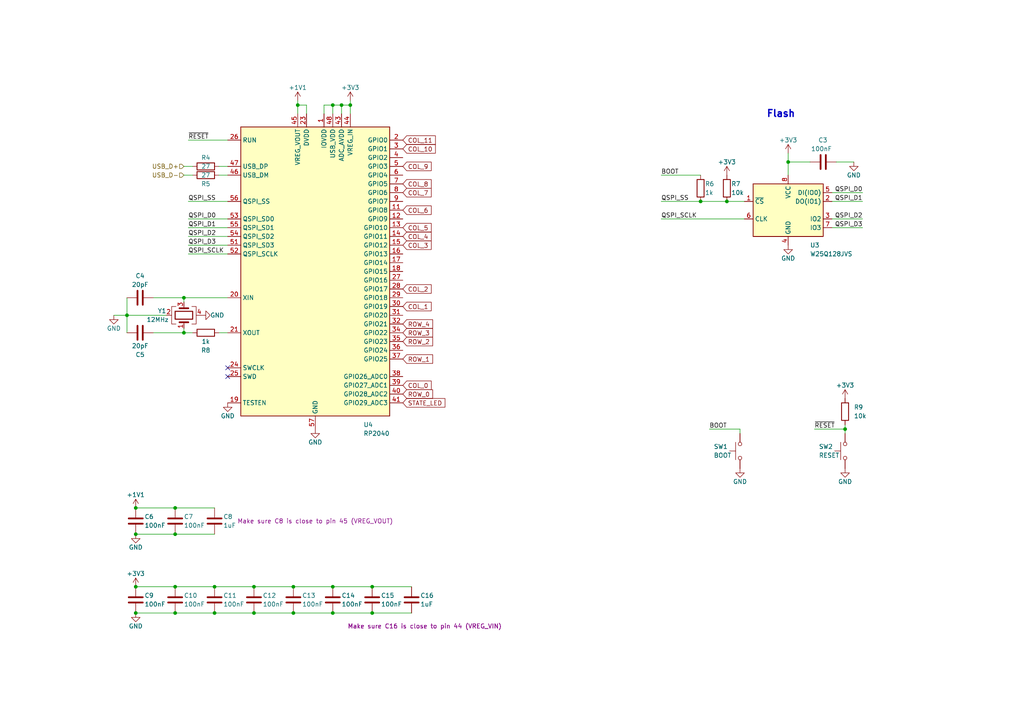
<source format=kicad_sch>
(kicad_sch (version 20211123) (generator eeschema)
  (paper "A4")
  (lib_symbols
    (symbol "Device:C" (pin_numbers hide) (pin_names (offset 0.254))
      (property "Reference" "C" (at 0.635 2.54 0))
      (property "Value" "C" (at 0.635 -2.54 0))
      (symbol "C_0_1"
        (polyline (pts (xy -2.032 -0.762) (xy 2.032 -0.762)) (stroke (width 0.508)))
        (polyline (pts (xy -2.032 0.762) (xy 2.032 0.762)) (stroke (width 0.508)))
      )
      (symbol "C_1_1"
        (pin passive line (at 0 3.81 270) (length 2.794) (name "~") (number "1"))
        (pin passive line (at 0 -3.81 90) (length 2.794) (name "~") (number "2"))
      )
    )
    (symbol "Device:Crystal_GND24" (pin_names (offset 1.016) hide)
      (property "Reference" "Y" (at 3.175 5.08 0))
      (property "Value" "Crystal_GND24" (at 3.175 3.175 0))
      (symbol "Crystal_GND24_0_1"
        (rectangle (start -1.143 2.54) (end 1.143 -2.54) (stroke (width 0.3048)))
        (polyline (pts (xy -2.54 0) (xy -2.032 0)))
        (polyline (pts (xy -2.032 -1.27) (xy -2.032 1.27)) (stroke (width 0.508)))
        (polyline (pts (xy 0 -3.81) (xy 0 -3.556)))
        (polyline (pts (xy 0 3.556) (xy 0 3.81)))
        (polyline (pts (xy 2.032 -1.27) (xy 2.032 1.27)) (stroke (width 0.508)))
        (polyline (pts (xy 2.032 0) (xy 2.54 0)))
        (polyline (pts (xy -2.54 -2.286) (xy -2.54 -3.556) (xy 2.54 -3.556) (xy 2.54 -2.286)))
        (polyline (pts (xy -2.54 2.286) (xy -2.54 3.556) (xy 2.54 3.556) (xy 2.54 2.286)))
      )
      (symbol "Crystal_GND24_1_1"
        (pin passive line (at -3.81 0 0) (length 1.27) (name "1") (number "1"))
        (pin passive line (at 0 5.08 270) (length 1.27) (name "2") (number "2"))
        (pin passive line (at 3.81 0 180) (length 1.27) (name "3") (number "3"))
        (pin passive line (at 0 -5.08 90) (length 1.27) (name "4") (number "4"))
      )
    )
    (symbol "Device:R" (pin_numbers hide) (pin_names (offset 0))
      (property "Reference" "R" (at 2.032 0 90))
      (property "Value" "R" (at 0 0 90))
      (symbol "R_0_1"
        (rectangle (start -1.016 -2.54) (end 1.016 2.54) (stroke (width 0.254)))
      )
      (symbol "R_1_1"
        (pin passive line (at 0 3.81 270) (length 1.27) (name "~") (number "1"))
        (pin passive line (at 0 -3.81 90) (length 1.27) (name "~") (number "2"))
      )
    )
    (symbol "MCU_RaspberryPi:RP2040"
      (property "Reference" "U" (at 17.78 45.72 0))
      (property "Value" "RP2040" (at 17.78 43.18 0))
      (symbol "RP2040_0_1"
        (rectangle (start -21.59 41.91) (end 21.59 -41.91) (stroke (width 0.254)) (fill (type background)))
      )
      (symbol "RP2040_1_1"
        (pin power_in line (at 2.54 45.72 270) (length 3.81) (name "IOVDD") (number "1"))
        (pin passive line (at 2.54 45.72 270) (length 3.81) hide (name "IOVDD") (number "10"))
        (pin bidirectional line (at 25.4 17.78 180) (length 3.81) (name "GPIO8") (number "11"))
        (pin bidirectional line (at 25.4 15.24 180) (length 3.81) (name "GPIO9") (number "12"))
        (pin bidirectional line (at 25.4 12.7 180) (length 3.81) (name "GPIO10") (number "13"))
        (pin bidirectional line (at 25.4 10.16 180) (length 3.81) (name "GPIO11") (number "14"))
        (pin bidirectional line (at 25.4 7.62 180) (length 3.81) (name "GPIO12") (number "15"))
        (pin bidirectional line (at 25.4 5.08 180) (length 3.81) (name "GPIO13") (number "16"))
        (pin bidirectional line (at 25.4 2.54 180) (length 3.81) (name "GPIO14") (number "17"))
        (pin bidirectional line (at 25.4 0 180) (length 3.81) (name "GPIO15") (number "18"))
        (pin input line (at -25.4 -38.1 0) (length 3.81) (name "TESTEN") (number "19"))
        (pin bidirectional line (at 25.4 38.1 180) (length 3.81) (name "GPIO0") (number "2"))
        (pin input line (at -25.4 -7.62 0) (length 3.81) (name "XIN") (number "20"))
        (pin passive line (at -25.4 -17.78 0) (length 3.81) (name "XOUT") (number "21"))
        (pin passive line (at 2.54 45.72 270) (length 3.81) hide (name "IOVDD") (number "22"))
        (pin power_in line (at -2.54 45.72 270) (length 3.81) (name "DVDD") (number "23"))
        (pin output line (at -25.4 -27.94 0) (length 3.81) (name "SWCLK") (number "24"))
        (pin bidirectional line (at -25.4 -30.48 0) (length 3.81) (name "SWD") (number "25"))
        (pin input line (at -25.4 38.1 0) (length 3.81) (name "RUN") (number "26"))
        (pin bidirectional line (at 25.4 -2.54 180) (length 3.81) (name "GPIO16") (number "27"))
        (pin bidirectional line (at 25.4 -5.08 180) (length 3.81) (name "GPIO17") (number "28"))
        (pin bidirectional line (at 25.4 -7.62 180) (length 3.81) (name "GPIO18") (number "29"))
        (pin bidirectional line (at 25.4 35.56 180) (length 3.81) (name "GPIO1") (number "3"))
        (pin bidirectional line (at 25.4 -10.16 180) (length 3.81) (name "GPIO19") (number "30"))
        (pin bidirectional line (at 25.4 -12.7 180) (length 3.81) (name "GPIO20") (number "31"))
        (pin bidirectional line (at 25.4 -15.24 180) (length 3.81) (name "GPIO21") (number "32"))
        (pin passive line (at 2.54 45.72 270) (length 3.81) hide (name "IOVDD") (number "33"))
        (pin bidirectional line (at 25.4 -17.78 180) (length 3.81) (name "GPIO22") (number "34"))
        (pin bidirectional line (at 25.4 -20.32 180) (length 3.81) (name "GPIO23") (number "35"))
        (pin bidirectional line (at 25.4 -22.86 180) (length 3.81) (name "GPIO24") (number "36"))
        (pin bidirectional line (at 25.4 -25.4 180) (length 3.81) (name "GPIO25") (number "37"))
        (pin bidirectional line (at 25.4 -30.48 180) (length 3.81) (name "GPIO26_ADC0") (number "38"))
        (pin bidirectional line (at 25.4 -33.02 180) (length 3.81) (name "GPIO27_ADC1") (number "39"))
        (pin bidirectional line (at 25.4 33.02 180) (length 3.81) (name "GPIO2") (number "4"))
        (pin bidirectional line (at 25.4 -35.56 180) (length 3.81) (name "GPIO28_ADC2") (number "40"))
        (pin bidirectional line (at 25.4 -38.1 180) (length 3.81) (name "GPIO29_ADC3") (number "41"))
        (pin passive line (at 2.54 45.72 270) (length 3.81) hide (name "IOVDD") (number "42"))
        (pin power_in line (at 7.62 45.72 270) (length 3.81) (name "ADC_AVDD") (number "43"))
        (pin power_in line (at 10.16 45.72 270) (length 3.81) (name "VREG_IN") (number "44"))
        (pin power_out line (at -5.08 45.72 270) (length 3.81) (name "VREG_VOUT") (number "45"))
        (pin bidirectional line (at -25.4 27.94 0) (length 3.81) (name "USB_DM") (number "46"))
        (pin bidirectional line (at -25.4 30.48 0) (length 3.81) (name "USB_DP") (number "47"))
        (pin power_in line (at 5.08 45.72 270) (length 3.81) (name "USB_VDD") (number "48"))
        (pin passive line (at 2.54 45.72 270) (length 3.81) hide (name "IOVDD") (number "49"))
        (pin bidirectional line (at 25.4 30.48 180) (length 3.81) (name "GPIO3") (number "5"))
        (pin passive line (at -2.54 45.72 270) (length 3.81) hide (name "DVDD") (number "50"))
        (pin bidirectional line (at -25.4 7.62 0) (length 3.81) (name "QSPI_SD3") (number "51"))
        (pin output line (at -25.4 5.08 0) (length 3.81) (name "QSPI_SCLK") (number "52"))
        (pin bidirectional line (at -25.4 15.24 0) (length 3.81) (name "QSPI_SD0") (number "53"))
        (pin bidirectional line (at -25.4 10.16 0) (length 3.81) (name "QSPI_SD2") (number "54"))
        (pin bidirectional line (at -25.4 12.7 0) (length 3.81) (name "QSPI_SD1") (number "55"))
        (pin bidirectional line (at -25.4 20.32 0) (length 3.81) (name "QSPI_SS") (number "56"))
        (pin power_in line (at 0 -45.72 90) (length 3.81) (name "GND") (number "57"))
        (pin bidirectional line (at 25.4 27.94 180) (length 3.81) (name "GPIO4") (number "6"))
        (pin bidirectional line (at 25.4 25.4 180) (length 3.81) (name "GPIO5") (number "7"))
        (pin bidirectional line (at 25.4 22.86 180) (length 3.81) (name "GPIO6") (number "8"))
        (pin bidirectional line (at 25.4 20.32 180) (length 3.81) (name "GPIO7") (number "9"))
      )
    )
    (symbol "Memory_Flash:W25Q128JVS"
      (property "Reference" "U" (at -8.89 8.89 0))
      (property "Value" "W25Q128JVS" (at 7.62 8.89 0))
      (symbol "W25Q128JVS_0_1"
        (rectangle (start -10.16 7.62) (end 10.16 -7.62) (stroke (width 0.254)) (fill (type background)))
      )
      (symbol "W25Q128JVS_1_1"
        (pin input line (at -12.7 2.54 0) (length 2.54) (name "~{CS}") (number "1"))
        (pin bidirectional line (at 12.7 2.54 180) (length 2.54) (name "DO(IO1)") (number "2"))
        (pin bidirectional line (at 12.7 -2.54 180) (length 2.54) (name "IO2") (number "3"))
        (pin power_in line (at 0 -10.16 90) (length 2.54) (name "GND") (number "4"))
        (pin bidirectional line (at 12.7 5.08 180) (length 2.54) (name "DI(IO0)") (number "5"))
        (pin input line (at -12.7 -2.54 0) (length 2.54) (name "CLK") (number "6"))
        (pin bidirectional line (at 12.7 -5.08 180) (length 2.54) (name "IO3") (number "7"))
        (pin power_in line (at 0 10.16 270) (length 2.54) (name "VCC") (number "8"))
      )
    )
    (symbol "SW_Push_1" (pin_numbers hide) (pin_names (offset 1.016) hide)
      (property "Reference" "SW1" (at -7.62 1.27 90))
      (property "Value" "BOOT" (at -7.62 -1.27 90))
      (symbol "SW_Push_1_0_1"
        (circle (center -2.032 0) (radius 0.508))
        (polyline (pts (xy 0 1.27) (xy 0 3.048)))
        (polyline (pts (xy 2.54 1.27) (xy -2.54 1.27)))
        (circle (center 2.032 0) (radius 0.508))
        (pin passive line (at -5.08 0 0) (length 2.54) (name "1") (number "1"))
        (pin passive line (at 5.08 0 180) (length 2.54) (name "2") (number "2"))
      )
    )
    (symbol "Switch:SW_Push" (pin_numbers hide) (pin_names (offset 1.016) hide)
      (property "Reference" "SW2" (at -8.89 1.27 90))
      (property "Value" "RESET" (at -8.89 -1.27 90))
      (symbol "SW_Push_0_1"
        (circle (center -2.032 0) (radius 0.508))
        (polyline (pts (xy 0 1.27) (xy 0 3.048)))
        (polyline (pts (xy 2.54 1.27) (xy -2.54 1.27)))
        (circle (center 2.032 0) (radius 0.508))
        (pin passive line (at -5.08 0 0) (length 2.54) (name "1") (number "1"))
        (pin passive line (at 5.08 0 180) (length 2.54) (name "2") (number "2"))
      )
    )
    (symbol "power:+1V1" (power) (pin_names (offset 0))
      (property "Value" "+1V1" (at 0 3.556 0))
      (symbol "+1V1_0_1"
        (polyline (pts (xy -0.762 1.27) (xy 0 2.54)))
        (polyline (pts (xy 0 0) (xy 0 2.54)))
        (polyline (pts (xy 0 2.54) (xy 0.762 1.27)))
      )
      (symbol "+1V1_1_1"
        (pin power_in line (at 0 0 90) (length 0) hide (name "+1V1") (number "1"))
      )
    )
    (symbol "power:+3V3" (power) (pin_names (offset 0))
      (property "Value" "+3V3" (at 0 3.556 0))
      (symbol "+3V3_0_1"
        (polyline (pts (xy -0.762 1.27) (xy 0 2.54)))
        (polyline (pts (xy 0 0) (xy 0 2.54)))
        (polyline (pts (xy 0 2.54) (xy 0.762 1.27)))
      )
      (symbol "+3V3_1_1"
        (pin power_in line (at 0 0 90) (length 0) hide (name "+3V3") (number "1"))
      )
    )
    (symbol "power:GND" (power) (pin_names (offset 0))
      (property "Value" "GND" (at 0 -3.81 0))
      (symbol "GND_0_1"
        (polyline (pts (xy 0 0) (xy 0 -1.27) (xy 1.27 -1.27) (xy 0 -2.54) (xy -1.27 -1.27) (xy 0 -1.27)))
      )
      (symbol "GND_1_1"
        (pin power_in line (at 0 0 270) (length 0) hide (name "GND") (number "1"))
      )
    )
  )
  (junction (at 210.82 58.42))
  (junction (at 101.6 30.48))
  (junction (at 50.8 177.8))
  (junction (at 73.66 177.8))
  (junction (at 96.52 170.18))
  (junction (at 85.09 170.18))
  (junction (at 96.52 177.8))
  (junction (at 62.23 177.8))
  (junction (at 39.37 177.8))
  (junction (at 39.37 154.94))
  (junction (at 245.11 124.46))
  (junction (at 107.95 177.8))
  (junction (at 53.34 96.52))
  (junction (at 85.09 177.8))
  (junction (at 203.2 58.42))
  (junction (at 73.66 170.18))
  (junction (at 39.37 147.32))
  (junction (at 86.36 30.48))
  (junction (at 96.52 30.48))
  (junction (at 39.37 170.18))
  (junction (at 99.06 30.48))
  (junction (at 107.95 170.18))
  (junction (at 50.8 154.94))
  (junction (at 50.8 147.32))
  (junction (at 228.6 46.99))
  (junction (at 53.34 86.36))
  (junction (at 62.23 170.18))
  (junction (at 50.8 170.18))
  (junction (at 36.83 91.44))
  (no_connect (at 66.04 106.68))
  (no_connect (at 66.04 109.22))
  (wire (pts (xy 250.19 58.42) (xy 241.3 58.42)))
  (wire (pts (xy 53.34 95.25) (xy 53.34 96.52)))
  (wire (pts (xy 96.52 170.18) (xy 107.95 170.18)))
  (wire (pts (xy 73.66 170.18) (xy 85.09 170.18)))
  (wire (pts (xy 54.61 73.66) (xy 66.04 73.66)))
  (wire (pts (xy 62.23 170.18) (xy 73.66 170.18)))
  (wire (pts (xy 39.37 147.32) (xy 50.8 147.32)))
  (wire (pts (xy 63.5 48.26) (xy 66.04 48.26)))
  (wire (pts (xy 96.52 30.48) (xy 99.06 30.48)))
  (wire (pts (xy 191.77 50.8) (xy 203.2 50.8)))
  (wire (pts (xy 86.36 30.48) (xy 86.36 33.02)))
  (wire (pts (xy 250.19 55.88) (xy 241.3 55.88)))
  (wire (pts (xy 96.52 177.8) (xy 107.95 177.8)))
  (wire (pts (xy 96.52 30.48) (xy 96.52 33.02)))
  (wire (pts (xy 54.61 66.04) (xy 66.04 66.04)))
  (wire (pts (xy 50.8 154.94) (xy 62.23 154.94)))
  (wire (pts (xy 62.23 177.8) (xy 73.66 177.8)))
  (wire (pts (xy 191.77 63.5) (xy 215.9 63.5)))
  (wire (pts (xy 86.36 29.21) (xy 86.36 30.48)))
  (wire (pts (xy 107.95 170.18) (xy 119.38 170.18)))
  (wire (pts (xy 245.11 125.73) (xy 245.11 124.46)))
  (wire (pts (xy 93.98 30.48) (xy 96.52 30.48)))
  (wire (pts (xy 54.61 63.5) (xy 66.04 63.5)))
  (wire (pts (xy 210.82 58.42) (xy 215.9 58.42)))
  (wire (pts (xy 53.34 48.26) (xy 55.88 48.26)))
  (wire (pts (xy 250.19 66.04) (xy 241.3 66.04)))
  (wire (pts (xy 236.22 124.46) (xy 245.11 124.46)))
  (wire (pts (xy 63.5 50.8) (xy 66.04 50.8)))
  (wire (pts (xy 54.61 68.58) (xy 66.04 68.58)))
  (wire (pts (xy 250.19 63.5) (xy 241.3 63.5)))
  (wire (pts (xy 39.37 170.18) (xy 50.8 170.18)))
  (wire (pts (xy 93.98 30.48) (xy 93.98 33.02)))
  (wire (pts (xy 39.37 154.94) (xy 50.8 154.94)))
  (wire (pts (xy 228.6 44.45) (xy 228.6 46.99)))
  (wire (pts (xy 85.09 170.18) (xy 96.52 170.18)))
  (wire (pts (xy 191.77 58.42) (xy 203.2 58.42)))
  (wire (pts (xy 50.8 147.32) (xy 62.23 147.32)))
  (wire (pts (xy 73.66 177.8) (xy 85.09 177.8)))
  (wire (pts (xy 99.06 30.48) (xy 99.06 33.02)))
  (wire (pts (xy 101.6 30.48) (xy 99.06 30.48)))
  (wire (pts (xy 234.95 46.99) (xy 228.6 46.99)))
  (wire (pts (xy 50.8 170.18) (xy 62.23 170.18)))
  (wire (pts (xy 33.02 91.44) (xy 36.83 91.44)))
  (wire (pts (xy 86.36 30.48) (xy 88.9 30.48)))
  (wire (pts (xy 53.34 96.52) (xy 55.88 96.52)))
  (wire (pts (xy 54.61 58.42) (xy 66.04 58.42)))
  (wire (pts (xy 247.65 46.99) (xy 242.57 46.99)))
  (wire (pts (xy 101.6 33.02) (xy 101.6 30.48)))
  (wire (pts (xy 39.37 177.8) (xy 50.8 177.8)))
  (wire (pts (xy 245.11 124.46) (xy 245.11 123.19)))
  (wire (pts (xy 85.09 177.8) (xy 96.52 177.8)))
  (wire (pts (xy 203.2 58.42) (xy 210.82 58.42)))
  (wire (pts (xy 228.6 46.99) (xy 228.6 50.8)))
  (wire (pts (xy 214.63 124.46) (xy 214.63 125.73)))
  (wire (pts (xy 107.95 177.8) (xy 119.38 177.8)))
  (wire (pts (xy 53.34 50.8) (xy 55.88 50.8)))
  (wire (pts (xy 36.83 86.36) (xy 36.83 91.44)))
  (wire (pts (xy 36.83 91.44) (xy 48.26 91.44)))
  (wire (pts (xy 53.34 86.36) (xy 53.34 87.63)))
  (wire (pts (xy 36.83 91.44) (xy 36.83 96.52)))
  (wire (pts (xy 54.61 40.64) (xy 66.04 40.64)))
  (wire (pts (xy 88.9 30.48) (xy 88.9 33.02)))
  (wire (pts (xy 54.61 71.12) (xy 66.04 71.12)))
  (wire (pts (xy 50.8 177.8) (xy 62.23 177.8)))
  (wire (pts (xy 44.45 86.36) (xy 53.34 86.36)))
  (wire (pts (xy 205.74 124.46) (xy 214.63 124.46)))
  (wire (pts (xy 44.45 96.52) (xy 53.34 96.52)))
  (wire (pts (xy 63.5 96.52) (xy 66.04 96.52)))
  (wire (pts (xy 101.6 29.21) (xy 101.6 30.48)))
  (wire (pts (xy 53.34 86.36) (xy 66.04 86.36)))
  (text "Flash" (at 222.25 34.29 0) (effects (font (size 2 2) bold) (justify left bottom)))
  (label "QSPI_SS" (at 54.61 58.42 0))
  (label "~{RESET}" (at 236.22 124.46 0))
  (label "~{RESET}" (at 54.61 40.64 0))
  (label "QSPI_D2" (at 250.19 63.5 180))
  (label "QSPI_D1" (at 54.61 66.04 0))
  (label "QSPI_D0" (at 54.61 63.5 0))
  (label "QSPI_D0" (at 250.19 55.88 180))
  (label "BOOT" (at 205.74 124.46 0))
  (label "QSPI_SS" (at 191.77 58.42 0))
  (label "QSPI_SCLK" (at 191.77 63.5 0))
  (label "QSPI_D3" (at 54.61 71.12 0))
  (label "BOOT" (at 191.77 50.8 0))
  (label "QSPI_D2" (at 54.61 68.58 0))
  (label "QSPI_D3" (at 250.19 66.04 180))
  (label "QSPI_SCLK" (at 54.61 73.66 0))
  (label "QSPI_D1" (at 250.19 58.42 180))
  (global_label "COL_2" (shape input) (at 116.84 83.82 0) (property "Intersheet References" "${INTERSHEET_REFS}" (effects hide)))
  (global_label "ROW_1" (shape input) (at 116.84 104.14 0) (property "Intersheet References" "${INTERSHEET_REFS}" (effects hide)))
  (global_label "ROW_0" (shape input) (at 116.84 114.3 0) (property "Intersheet References" "${INTERSHEET_REFS}" (effects hide)))
  (global_label "COL_10" (shape input) (at 116.84 43.18 0) (property "Intersheet References" "${INTERSHEET_REFS}" (effects hide)))
  (global_label "COL_8" (shape input) (at 116.84 53.34 0) (property "Intersheet References" "${INTERSHEET_REFS}" (effects hide)))
  (global_label "COL_0" (shape input) (at 116.84 111.76 0) (property "Intersheet References" "${INTERSHEET_REFS}" (effects hide)))
  (global_label "COL_9" (shape input) (at 116.84 48.26 0) (property "Intersheet References" "${INTERSHEET_REFS}" (effects hide)))
  (global_label "ROW_4" (shape input) (at 116.84 93.98 0) (property "Intersheet References" "${INTERSHEET_REFS}" (effects hide)))
  (global_label "COL_11" (shape input) (at 116.84 40.64 0) (property "Intersheet References" "${INTERSHEET_REFS}" (effects hide)))
  (global_label "COL_5" (shape input) (at 116.84 66.04 0) (property "Intersheet References" "${INTERSHEET_REFS}" (effects hide)))
  (global_label "COL_6" (shape input) (at 116.84 60.96 0) (property "Intersheet References" "${INTERSHEET_REFS}" (effects hide)))
  (global_label "ROW_3" (shape input) (at 116.84 96.52 0) (property "Intersheet References" "${INTERSHEET_REFS}" (effects hide)))
  (global_label "COL_4" (shape input) (at 116.84 68.58 0) (property "Intersheet References" "${INTERSHEET_REFS}" (effects hide)))
  (global_label "COL_3" (shape input) (at 116.84 71.12 0) (property "Intersheet References" "${INTERSHEET_REFS}" (effects hide)))
  (global_label "COL_7" (shape input) (at 116.84 55.88 0) (property "Intersheet References" "${INTERSHEET_REFS}" (effects hide)))
  (global_label "ROW_2" (shape input) (at 116.84 99.06 0) (property "Intersheet References" "${INTERSHEET_REFS}" (effects hide)))
  (global_label "COL_1" (shape input) (at 116.84 88.9 0) (property "Intersheet References" "${INTERSHEET_REFS}" (effects hide)))
  (global_label "STATE_LED" (shape input) (at 116.84 116.84 0) (property "Intersheet References" "${INTERSHEET_REFS}" (effects hide)))
  (hierarchical_label "USB_D+" (shape input) (at 53.34 48.26 180))
  (hierarchical_label "USB_D-" (shape input) (at 53.34 50.8 180))
  (symbol (lib_id "power:GND") (at 91.44 124.46 0) (unit 1)
    (property "Reference" "#PWR026" (effects hide))
    (property "Value" "GND" (at 91.44 128.27 0))
  )
  (symbol (lib_id "Device:C") (at 39.37 173.99 0) (unit 1)
    (property "Reference" "C9" (at 41.91 172.72 0) (effects (justify left)))
    (property "Value" "100nF" (at 41.91 175.26 0) (effects (justify left)))
    (property "Footprint" "Capacitor_SMD:C_0402_1005Metric" (effects hide))
    (property "MFR. Part #" "CL05B104KB54PNC " (effects hide))
    (property "LCSC" "C307331" (effects hide))
  )
  (symbol (lib_id "Device:R") (at 59.69 50.8 90) (unit 1)
    (property "Reference" "R5" (at 59.69 53.34 90))
    (property "Value" "27" (at 59.69 50.8 90))
    (property "Footprint" "Resistor_SMD:R_0603_1608Metric" (effects hide))
    (property "MFR. Part #" "0603WAF270JT5E" (effects hide))
    (property "LCSC" "C25190" (effects hide))
  )
  (symbol (lib_id "Device:Crystal_GND24") (at 53.34 91.44 90) (unit 1)
    (property "Reference" "Y1" (at 46.99 90.17 90))
    (property "Value" "12MHz" (at 45.72 92.71 90))
    (property "Footprint" "Crystal:Crystal_SMD_3225-4Pin_3.2x2.5mm" (effects hide))
    (property "MFR. Part #" "X322512MSB4SI" (effects hide))
    (property "LCSC" "C9002" (effects hide))
  )
  (symbol (lib_id "Device:C") (at 40.64 86.36 90) (unit 1)
    (property "Reference" "C4" (at 40.64 80.01 90))
    (property "Value" "20pF" (at 40.64 82.55 90))
    (property "Footprint" "Capacitor_SMD:C_0402_1005Metric" (effects hide))
    (property "MFR. Part #" "0402CG200J500NT" (effects hide))
    (property "LCSC" "C1554" (effects hide))
  )
  (symbol (lib_id "Device:C") (at 238.76 46.99 90) (unit 1)
    (property "Reference" "C3" (at 240.03 40.64 90) (effects (justify left)))
    (property "Value" "100nF" (at 241.3 43.18 90) (effects (justify left)))
    (property "Footprint" "Capacitor_SMD:C_0402_1005Metric" (effects hide))
    (property "MFR. Part #" "CL05B104KB54PNC " (effects hide))
    (property "LCSC" "C307331" (effects hide))
  )
  (symbol (lib_id "Device:R") (at 203.2 54.61 0) (mirror y) (unit 1)
    (property "Reference" "R6" (at 204.47 53.34 0) (effects (justify right)))
    (property "Value" "1k" (at 204.47 55.88 0) (effects (justify right)))
    (property "Footprint" "Resistor_SMD:R_0402_1005Metric" (effects hide))
    (property "MFR. Part #" "0402WGF1001TCE " (effects hide))
    (property "LCSC" "C11702" (effects hide))
  )
  (symbol (lib_id "power:GND") (at 247.65 46.99 0) (unit 1)
    (property "Reference" "#PWR018" (effects hide))
    (property "Value" "GND" (at 247.65 50.8 0))
  )
  (symbol (lib_id "power:GND") (at 214.63 135.89 0) (unit 1)
    (property "Reference" "#PWR027" (effects hide))
    (property "Value" "GND" (at 214.63 139.7 0))
  )
  (symbol (lib_id "power:GND") (at 58.42 91.44 90) (unit 1)
    (property "Reference" "#PWR023" (effects hide))
    (property "Value" "GND" (at 60.96 91.44 90) (effects (justify right)))
  )
  (symbol (lib_id "Switch:SW_Push") (at 245.11 130.81 90) (unit 1)
    (property "Reference" "SW2" (at 237.49 129.54 90) (effects (justify right)))
    (property "Value" "RESET" (at 237.49 132.08 90) (effects (justify right)))
    (property "Footprint" "Button_Switch_SMD:SW_SPST_CK_RS282G05A3" (effects hide))
  )
  (symbol (lib_id "Device:C") (at 40.64 96.52 90) (unit 1)
    (property "Reference" "C5" (at 40.64 102.87 90))
    (property "Value" "20pF" (at 40.64 100.33 90))
    (property "Footprint" "Capacitor_SMD:C_0402_1005Metric" (effects hide))
    (property "MFR. Part #" "0402CG200J500NT" (effects hide))
    (property "LCSC" "C1554" (effects hide))
  )
  (symbol (lib_id "Device:C") (at 62.23 173.99 0) (unit 1)
    (property "Reference" "C11" (at 64.77 172.72 0) (effects (justify left)))
    (property "Value" "100nF" (at 64.77 175.26 0) (effects (justify left)))
    (property "Footprint" "Capacitor_SMD:C_0402_1005Metric" (effects hide))
    (property "MFR. Part #" "CL05B104KB54PNC " (effects hide))
    (property "LCSC" "C307331" (effects hide))
  )
  (symbol (lib_name "SW_Push_1") (lib_id "Switch:SW_Push") (at 214.63 130.81 90) (unit 1)
    (property "Reference" "SW1" (at 207.01 129.54 90) (effects (justify right)))
    (property "Value" "BOOT" (at 207.01 132.08 90) (effects (justify right)))
    (property "Footprint" "Button_Switch_SMD:SW_SPST_CK_RS282G05A3" (effects hide))
  )
  (symbol (lib_id "Device:C") (at 119.38 173.99 0) (unit 1)
    (property "Reference" "C16" (at 121.92 172.72 0) (effects (justify left)))
    (property "Value" "1uF" (at 121.92 175.26 0) (effects (justify left)))
    (property "Footprint" "Capacitor_SMD:C_0402_1005Metric" (effects hide))
    (property "MFR. Part #" "CL05A105KA5NQNC" (effects hide))
    (property "Note" "Make sure ${REFERENCE} is close to pin 44 (VREG_VIN)" (at 123.19 181.61 0))
    (property "LCSC" "C52923" (effects hide))
  )
  (symbol (lib_id "Device:C") (at 107.95 173.99 0) (unit 1)
    (property "Reference" "C15" (at 110.49 172.72 0) (effects (justify left)))
    (property "Value" "100nF" (at 110.49 175.26 0) (effects (justify left)))
    (property "Footprint" "Capacitor_SMD:C_0402_1005Metric" (effects hide))
    (property "MFR. Part #" "CL05B104KB54PNC " (effects hide))
    (property "LCSC" "C307331" (effects hide))
  )
  (symbol (lib_id "power:GND") (at 39.37 154.94 0) (unit 1)
    (property "Reference" "#PWR030" (effects hide))
    (property "Value" "GND" (at 39.37 158.75 0))
  )
  (symbol (lib_id "MCU_RaspberryPi:RP2040") (at 91.44 78.74 0) (unit 1)
    (property "Reference" "U4" (at 105.41 123.19 0) (effects (justify left)))
    (property "Value" "RP2040" (at 105.41 125.73 0) (effects (justify left)))
    (property "Footprint" "Package_DFN_QFN:QFN-56-1EP_7x7mm_P0.4mm_EP3.2x3.2mm" (effects hide))
    (property "Datasheet" "https://datasheets.raspberrypi.com/rp2040/rp2040-datasheet.pdf" (effects hide))
    (property "MFR. Part #" "RP2040" (effects hide))
    (property "LCSC" "C2040" (effects hide))
  )
  (symbol (lib_id "Device:C") (at 50.8 151.13 0) (unit 1)
    (property "Reference" "C7" (at 53.34 149.86 0) (effects (justify left)))
    (property "Value" "100nF" (at 53.34 152.4 0) (effects (justify left)))
    (property "Footprint" "Capacitor_SMD:C_0402_1005Metric" (effects hide))
    (property "MFR. Part #" "CL05B104KB54PNC " (effects hide))
    (property "LCSC" "C307331" (effects hide))
  )
  (symbol (lib_id "power:GND") (at 33.02 91.44 0) (unit 1)
    (property "Reference" "#PWR022" (effects hide))
    (property "Value" "GND" (at 33.02 95.25 0))
  )
  (symbol (lib_id "Device:R") (at 245.11 119.38 0) (unit 1)
    (property "Reference" "R9" (at 247.65 118.1099 0) (effects (justify left)))
    (property "Value" "10k" (at 247.65 120.6499 0) (effects (justify left)))
    (property "Footprint" "Resistor_SMD:R_0402_1005Metric" (effects hide))
    (property "MFR. Part #" "0402WGF1002TCE " (effects hide))
    (property "LCSC" "C25744" (effects hide))
  )
  (symbol (lib_id "power:+1V1") (at 39.37 147.32 0) (unit 1)
    (property "Reference" "#PWR029" (effects hide))
    (property "Value" "+1V1" (at 39.37 143.51 0))
  )
  (symbol (lib_id "Device:R") (at 59.69 48.26 90) (unit 1)
    (property "Reference" "R4" (at 59.69 45.72 90))
    (property "Value" "27" (at 59.69 48.26 90))
    (property "Footprint" "Resistor_SMD:R_0603_1608Metric" (effects hide))
    (property "MFR. Part #" "0603WAF270JT5E" (effects hide))
    (property "LCSC" "C25190" (effects hide))
  )
  (symbol (lib_id "power:GND") (at 39.37 177.8 0) (unit 1)
    (property "Reference" "#PWR032" (effects hide))
    (property "Value" "GND" (at 39.37 181.61 0))
  )
  (symbol (lib_id "Device:R") (at 59.69 96.52 90) (unit 1)
    (property "Reference" "R8" (at 59.69 101.6 90))
    (property "Value" "1k" (at 59.69 99.06 90))
    (property "Footprint" "Resistor_SMD:R_0402_1005Metric" (effects hide))
    (property "MFR. Part #" "0402WGF1001TCE " (effects hide))
    (property "LCSC" "C11702" (effects hide))
  )
  (symbol (lib_id "power:+3V3") (at 210.82 50.8 0) (unit 1)
    (property "Reference" "#PWR019" (effects hide))
    (property "Value" "+3V3" (at 210.82 46.99 0))
  )
  (symbol (lib_id "Device:C") (at 73.66 173.99 0) (unit 1)
    (property "Reference" "C12" (at 76.2 172.72 0) (effects (justify left)))
    (property "Value" "100nF" (at 76.2 175.26 0) (effects (justify left)))
    (property "Footprint" "Capacitor_SMD:C_0402_1005Metric" (effects hide))
    (property "MFR. Part #" "CL05B104KB54PNC " (effects hide))
    (property "LCSC" "C307331" (effects hide))
  )
  (symbol (lib_id "Memory_Flash:W25Q128JVS") (at 228.6 60.96 0) (unit 1)
    (property "Reference" "U3" (at 234.95 71.12 0) (effects (justify left)))
    (property "Value" "W25Q128JVS" (at 234.95 73.66 0) (effects (justify left)))
    (property "Footprint" "Package_SO:SOIC-8_5.23x5.23mm_P1.27mm" (effects hide))
    (property "Datasheet" "http://www.winbond.com/resource-files/w25q128jv_dtr%20revc%2003272018%20plus.pdf" (effects hide))
    (property "LCSC" "C97521" (effects hide))
    (property "MFR. Part #" "W25Q128JVSIQ" (effects hide))
  )
  (symbol (lib_id "power:+3V3") (at 101.6 29.21 0) (unit 1)
    (property "Reference" "#PWR015" (effects hide))
    (property "Value" "+3V3" (at 101.6 25.4 0))
  )
  (symbol (lib_id "Device:C") (at 39.37 151.13 0) (unit 1)
    (property "Reference" "C6" (at 41.91 149.86 0) (effects (justify left)))
    (property "Value" "100nF" (at 41.91 152.4 0) (effects (justify left)))
    (property "Footprint" "Capacitor_SMD:C_0402_1005Metric" (effects hide))
    (property "MFR. Part #" "CL05B104KB54PNC " (effects hide))
    (property "LCSC" "C307331" (effects hide))
  )
  (symbol (lib_id "Device:C") (at 50.8 173.99 0) (unit 1)
    (property "Reference" "C10" (at 53.34 172.72 0) (effects (justify left)))
    (property "Value" "100nF" (at 53.34 175.26 0) (effects (justify left)))
    (property "Footprint" "Capacitor_SMD:C_0402_1005Metric" (effects hide))
    (property "MFR. Part #" "CL05B104KB54PNC " (effects hide))
    (property "LCSC" "C307331" (effects hide))
  )
  (symbol (lib_id "power:GND") (at 245.11 135.89 0) (unit 1)
    (property "Reference" "#PWR028" (effects hide))
    (property "Value" "GND" (at 245.11 139.7 0))
  )
  (symbol (lib_id "Device:C") (at 85.09 173.99 0) (unit 1)
    (property "Reference" "C13" (at 87.63 172.72 0) (effects (justify left)))
    (property "Value" "100nF" (at 87.63 175.26 0) (effects (justify left)))
    (property "Footprint" "Capacitor_SMD:C_0402_1005Metric" (effects hide))
    (property "MFR. Part #" "CL05B104KB54PNC " (effects hide))
    (property "LCSC" "C307331" (effects hide))
  )
  (symbol (lib_id "power:+3V3") (at 245.11 115.57 0) (unit 1)
    (property "Reference" "#PWR024" (effects hide))
    (property "Value" "+3V3" (at 245.11 111.76 0))
  )
  (symbol (lib_id "power:+3V3") (at 39.37 170.18 0) (unit 1)
    (property "Reference" "#PWR031" (effects hide))
    (property "Value" "+3V3" (at 39.37 166.37 0))
  )
  (symbol (lib_id "power:GND") (at 228.6 71.12 0) (unit 1)
    (property "Reference" "#PWR020" (effects hide))
    (property "Value" "GND" (at 228.6 74.93 0))
  )
  (symbol (lib_id "Device:C") (at 96.52 173.99 0) (unit 1)
    (property "Reference" "C14" (at 99.06 172.72 0) (effects (justify left)))
    (property "Value" "100nF" (at 99.06 175.26 0) (effects (justify left)))
    (property "Footprint" "Capacitor_SMD:C_0402_1005Metric" (effects hide))
    (property "MFR. Part #" "CL05B104KB54PNC " (effects hide))
    (property "LCSC" "C307331" (effects hide))
  )
  (symbol (lib_id "Device:C") (at 62.23 151.13 0) (unit 1)
    (property "Reference" "C8" (at 64.77 149.86 0) (effects (justify left)))
    (property "Value" "1uF" (at 64.77 152.4 0) (effects (justify left)))
    (property "Footprint" "Capacitor_SMD:C_0402_1005Metric" (effects hide))
    (property "MFR. Part #" "CL05A105KA5NQNC" (effects hide))
    (property "Note" "Make sure ${REFERENCE} is close to pin 45 (VREG_VOUT)" (at 91.44 151.13 0))
    (property "LCSC" "C52923" (effects hide))
  )
  (symbol (lib_id "power:+1V1") (at 86.36 29.21 0) (unit 1)
    (property "Reference" "#PWR014" (effects hide))
    (property "Value" "+1V1" (at 86.36 25.4 0))
  )
  (symbol (lib_id "power:+3V3") (at 228.6 44.45 0) (unit 1)
    (property "Reference" "#PWR017" (effects hide))
    (property "Value" "+3V3" (at 228.6 40.64 0))
  )
  (symbol (lib_id "power:GND") (at 66.04 116.84 0) (unit 1)
    (property "Reference" "#PWR025" (effects hide))
    (property "Value" "GND" (at 66.04 120.65 0))
  )
  (symbol (lib_id "Device:R") (at 210.82 54.61 0) (mirror y) (unit 1)
    (property "Reference" "R7" (at 212.09 53.34 0) (effects (justify right)))
    (property "Value" "10k" (at 212.09 55.88 0) (effects (justify right)))
    (property "Footprint" "Resistor_SMD:R_0402_1005Metric" (effects hide))
    (property "MFR. Part #" "0402WGF1002TCE " (effects hide))
    (property "LCSC" "C25744" (effects hide))
  )
)
</source>
